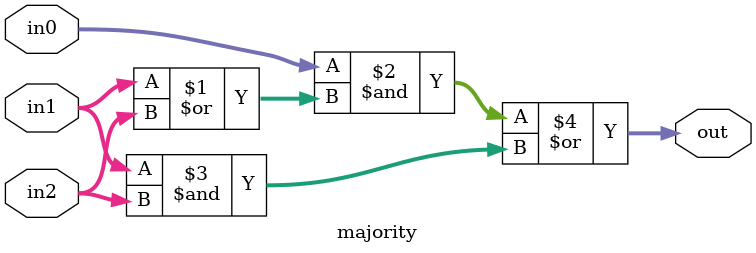
<source format=sv>

module sigma0 (input [31:0] in, output [31:0] out);
	// sigma 0 implements ROTR7 XOR ROTR18 XOR SHR3
	logic [31:0] shift_right;
	assign shift_right = in >> 3;
	assign out = {in[6:0], in[31:7]} ^ {in[17:0], in[31:18]} ^ shift_right;
endmodule


module sigma1 (input [31:0] in, output [31:0] out);
	// sigma1 implements ROTR17 XOR ROTR19 XOR SHR10
	logic [31:0] shift_right;
	assign shift_right = in >> 10;
	assign out = {in[16:0], in[31:17]} ^ {in[18:0], in[31:19]} ^ shift_right;
endmodule


module SIGMA0 (input [31:0] in, output [31:0] out);
	// SIGMA0 implements ROTR2 XOR ROTR13 XOR ROTR22
	assign out = {in[1:0], in[31:2]} ^ {in[12:0], in[31:13]} ^ {in[21:0], in[31:22]};
endmodule


module SIGMA1 (input [31:0] in, output [31:0] out);
	// SIGMA1 implements ROTR6 XOR ROTR11 XOR ROTR25
	assign out = {in[5:0], in[31:6]} ^ {in[10:0], in[31:11]} ^ {in[24:0], in[31:25]};
endmodule


module choice (input [31:0] in0, in1, in2, output [31:0] out);
	// choice takes input from either in1 or in2, depending on in0 value.
	// For a particular bit, if in0 is 0, it takes the bit of in2; otherwise, it takes the value of in1
	// Using truth table, the expression is ~in0&in2 + in0&in1
	assign out = (~in0 & in2) | (in0 & in1);
endmodule

module majority (input [31:0] in0, in1, in2, output [31:0] out);
	// majority function returns 0 for a bit if the corresponding bits have a majority of 0;
	// otherwise, it returns 1. 
	assign out = in0 & (in1 | in2) | (in1 & in2);
endmodule

</source>
